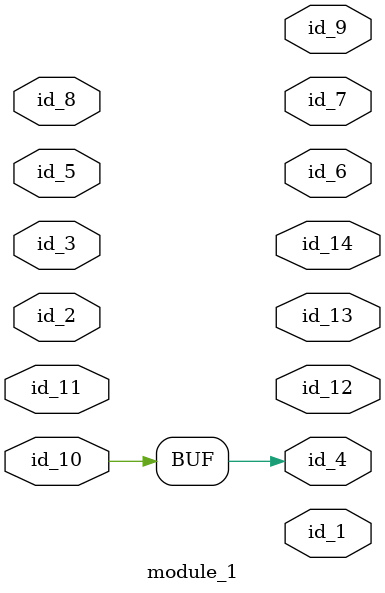
<source format=v>
module module_0;
  wire id_1;
  wire id_2;
endmodule
module module_1 (
    id_1,
    id_2,
    id_3,
    id_4,
    id_5,
    id_6,
    id_7,
    id_8,
    id_9,
    id_10,
    id_11,
    id_12,
    id_13,
    id_14
);
  output wire id_14;
  output wire id_13;
  output wire id_12;
  input wire id_11;
  inout wire id_10;
  output wire id_9;
  input wire id_8;
  output wire id_7;
  output wire id_6;
  input wire id_5;
  output wire id_4;
  inout wire id_3;
  inout wire id_2;
  output wire id_1;
  wire id_15;
  module_0 modCall_1 ();
  assign id_4 = id_10;
endmodule

</source>
